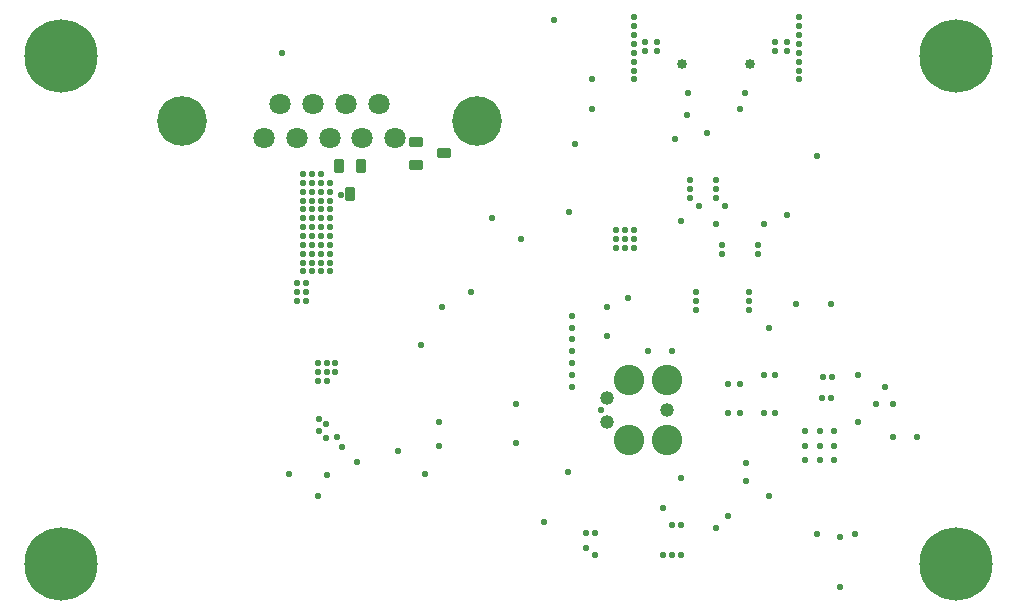
<source format=gbs>
%FSLAX46Y46*%
%MOMM*%
%AMPS12*
1,1,4.200000,0.000000,0.000000*
%
%ADD12PS12*%
%AMPS11*
1,1,1.800000,0.000000,0.000000*
%
%ADD11PS11*%
%AMPS19*
1,1,0.550000,0.000000,0.000000*
%
%ADD19PS19*%
%AMPS16*
1,1,2.575000,0.000000,0.000000*
%
%ADD16PS16*%
%AMPS15*
1,1,2.575000,0.000000,0.000000*
%
%ADD15PS15*%
%AMPS14*
1,1,0.850000,0.000000,0.000000*
%
%ADD14PS14*%
%AMPS17*
1,1,1.190600,0.000000,0.000000*
%
%ADD17PS17*%
%AMPS13*
1,1,0.540000,0.180000,0.330000*
1,1,0.540000,-0.180000,-0.330000*
1,1,0.540000,-0.180000,0.330000*
1,1,0.540000,0.180000,-0.330000*
21,1,0.900000,0.660000,0.000000,0.000000,360.000000*
21,1,0.360000,1.200000,0.000000,0.000000,360.000000*
%
%ADD13PS13*%
%AMPS18*
1,1,0.540000,-0.330000,0.180000*
1,1,0.540000,0.330000,-0.180000*
1,1,0.540000,-0.330000,-0.180000*
1,1,0.540000,0.330000,0.180000*
21,1,0.900000,0.660000,0.000000,0.000000,90.000000*
21,1,0.360000,1.200000,0.000000,0.000000,90.000000*
%
%ADD18PS18*%
%AMPS10*
1,1,6.200000,0.000000,0.000000*
%
%ADD10PS10*%
G01*
G01*
%LPD*%
G75*
D10*
X-18500000Y96000000D03*
D10*
X57250000Y96000000D03*
D10*
X57250000Y53000000D03*
D10*
X-18500000Y53000000D03*
D11*
X4250000Y89055000D03*
D11*
X9790000Y89055000D03*
D11*
X95000Y91895000D03*
D12*
X16750000Y90475000D03*
D11*
X5635000Y91895000D03*
D11*
X-1290000Y89055000D03*
D11*
X8405000Y91895000D03*
D12*
X-8250000Y90475000D03*
D11*
X2865000Y91895000D03*
D11*
X7020000Y89055000D03*
D11*
X1480000Y89055000D03*
D13*
X6000000Y84300000D03*
D13*
X5050000Y86700000D03*
D13*
X6950000Y86700000D03*
D14*
X39890000Y95320000D03*
D14*
X34110000Y95320000D03*
D15*
X32790000Y63460000D03*
D15*
X29615000Y63460000D03*
D16*
X32790000Y68540000D03*
D17*
X27710000Y64984000D03*
D17*
X27710000Y67016000D03*
D17*
X32790000Y66000000D03*
D16*
X29615000Y68540000D03*
D18*
X13950000Y87750000D03*
D18*
X11550000Y86800000D03*
D18*
X11550000Y88700000D03*
D19*
X20000000Y66500000D03*
D19*
X35250000Y74500000D03*
D19*
X29250000Y81250000D03*
D19*
X26750000Y55600000D03*
D19*
X39000000Y91500000D03*
D19*
X27750000Y72250000D03*
D19*
X33250000Y71000000D03*
D19*
X3350000Y64200000D03*
D19*
X52000000Y63750000D03*
D19*
X47000000Y63000000D03*
D19*
X24750000Y74000000D03*
D19*
X30000000Y94750000D03*
D19*
X4250000Y81500000D03*
D19*
X3250000Y58750000D03*
D19*
X5300000Y62925000D03*
D19*
X3500000Y82250000D03*
D19*
X46750000Y75000000D03*
D19*
X3500000Y85250000D03*
D19*
X2000000Y80000000D03*
D19*
X54000000Y63750000D03*
D19*
X32500000Y53750000D03*
D19*
X34750000Y84750000D03*
D19*
X39400000Y92850000D03*
D19*
X2750000Y80750000D03*
D19*
X34600000Y92850000D03*
D19*
X2000000Y84500000D03*
D19*
X37000000Y56000000D03*
D19*
X47500000Y55250000D03*
D19*
X4250000Y83000000D03*
D19*
X20500000Y80500000D03*
D19*
X41000000Y69000000D03*
D19*
X46000000Y68799999D03*
D19*
X16250000Y76000000D03*
D19*
X13500000Y63000000D03*
D19*
X42000000Y69000000D03*
D19*
X45750000Y61750000D03*
D19*
X2750000Y85250000D03*
D19*
X30000000Y96250000D03*
D19*
X2750000Y86000000D03*
D19*
X39750000Y76000000D03*
D19*
X24750000Y70000000D03*
D19*
X13500000Y65000000D03*
D19*
X48750000Y55500000D03*
D19*
X2000000Y77750000D03*
D19*
X3500000Y81500000D03*
D19*
X38000000Y68250000D03*
D19*
X44000000Y99250000D03*
D19*
X2750000Y82250000D03*
D19*
X29250000Y80500000D03*
D19*
X5250000Y84250000D03*
D19*
X24400000Y60750000D03*
D19*
X4250000Y82250000D03*
D19*
X4250000Y77750000D03*
D19*
X44000000Y97750000D03*
D19*
X30000000Y79750000D03*
D19*
X37750000Y83250000D03*
D19*
X47000000Y61750000D03*
D19*
X45750000Y64250000D03*
D19*
X45933788Y66998519D03*
D19*
X30000000Y80500000D03*
D19*
X44000000Y95500000D03*
D19*
X51250000Y68000000D03*
D19*
X24750000Y69000000D03*
D19*
X41500000Y58708334D03*
D19*
X2000000Y86000000D03*
D19*
X4010120Y60536104D03*
D19*
X37000000Y84750000D03*
D19*
X1500000Y76000000D03*
D19*
X34013778Y53749740D03*
D19*
X2750000Y83750000D03*
D19*
X40500000Y79250000D03*
D19*
X43750000Y75000000D03*
D19*
X2250000Y76000000D03*
D19*
X4250000Y79250000D03*
D19*
X4250000Y80750000D03*
D19*
X3500000Y83750000D03*
D19*
X28500000Y80500000D03*
D19*
X29500000Y75500000D03*
D19*
X34000000Y60250000D03*
D19*
X30000000Y95500000D03*
D19*
X33250000Y56249998D03*
D19*
X46800003Y68799999D03*
D19*
X4000000Y70000000D03*
D19*
X35500000Y83250000D03*
D19*
X30000000Y97750000D03*
D19*
X37500000Y79250000D03*
D19*
X2750000Y77750000D03*
D19*
X30000000Y94000000D03*
D19*
X28500000Y79750000D03*
D19*
X35250000Y75250000D03*
D19*
X26750000Y53724980D03*
D19*
X3500000Y78500000D03*
D19*
X4917576Y63729858D03*
D19*
X30000000Y81250000D03*
D19*
X4250000Y85250000D03*
D19*
X22400020Y56499980D03*
D19*
X2750000Y79250000D03*
D19*
X20000000Y63250000D03*
D19*
X50500000Y66500000D03*
D19*
X44000000Y98500000D03*
D19*
X3500000Y77750000D03*
D19*
X24500000Y82750000D03*
D19*
X42000000Y65750000D03*
D19*
X2000000Y83000000D03*
D19*
X3500000Y84500000D03*
D19*
X47000000Y64250000D03*
D19*
X44500000Y63000000D03*
D19*
X2000000Y83750000D03*
D19*
X27750000Y74750000D03*
D19*
X33500000Y89000000D03*
D19*
X43000000Y96410000D03*
D19*
X45500000Y55500000D03*
D19*
X29250000Y79750000D03*
D19*
X2750000Y81500000D03*
D19*
X2000000Y79250000D03*
D19*
X4250000Y83750000D03*
D19*
X26000000Y54324980D03*
D19*
X24750000Y73000000D03*
D19*
X38000000Y65750000D03*
D19*
X23250000Y99000000D03*
D19*
X4750000Y70000000D03*
D19*
X39500000Y60000000D03*
D19*
X26500000Y94000000D03*
D19*
X2750000Y78500000D03*
D19*
X37000000Y84000000D03*
D19*
X24750000Y72000000D03*
D19*
X2000000Y81500000D03*
D19*
X32500000Y57750000D03*
D19*
X26500000Y91500000D03*
D19*
X32000000Y97160000D03*
D19*
X44500000Y64250000D03*
D19*
X27250000Y66000000D03*
D19*
X34500000Y91000000D03*
D19*
X31250000Y71000000D03*
D19*
X4000000Y69250000D03*
D19*
X2000000Y82250000D03*
D19*
X36250000Y89500000D03*
D19*
X49000000Y65000000D03*
D19*
X4000000Y68500000D03*
D19*
X2750000Y80000000D03*
D19*
X3250000Y69250000D03*
D19*
X24750000Y71000000D03*
D19*
X38000000Y57000000D03*
D19*
X47500000Y51000000D03*
D19*
X2250000Y75250000D03*
D19*
X12000000Y71500000D03*
D19*
X2750000Y83000000D03*
D19*
X250000Y96250000D03*
D19*
X3950000Y63675000D03*
D19*
X39750000Y74500000D03*
D19*
X1500000Y75250000D03*
D19*
X3250000Y68500000D03*
D19*
X12342576Y60579858D03*
D19*
X44000000Y94750000D03*
D19*
X42000000Y97160000D03*
D19*
X49000000Y69000000D03*
D19*
X31000000Y96410000D03*
D19*
X32000000Y96410000D03*
D19*
X44000000Y94000000D03*
D19*
X37000000Y81750000D03*
D19*
X4250000Y78500000D03*
D19*
X39000000Y68250000D03*
D19*
X34013909Y56263909D03*
D19*
X39750000Y75250000D03*
D19*
X42000000Y96410000D03*
D19*
X43000000Y97160000D03*
D19*
X43000000Y82500000D03*
D19*
X3500000Y86000000D03*
D19*
X4250000Y84500000D03*
D19*
X31000000Y97160000D03*
D19*
X33263909Y53763909D03*
D19*
X25000000Y88500000D03*
D19*
X44000000Y97000000D03*
D19*
X44000000Y96250000D03*
D19*
X18000000Y82250000D03*
D19*
X34000000Y82000000D03*
D19*
X41000000Y81750000D03*
D19*
X41000000Y65750000D03*
D19*
X25949997Y55600000D03*
D19*
X44500000Y61750000D03*
D19*
X52000000Y66500000D03*
D19*
X41500000Y73000000D03*
D19*
X28500000Y81250000D03*
D19*
X30000000Y98500000D03*
D19*
X30000000Y97000000D03*
D19*
X3500000Y80000000D03*
D19*
X2000000Y78500000D03*
D19*
X34750000Y85500000D03*
D19*
X35250000Y76000000D03*
D19*
X10023165Y62525870D03*
D19*
X3350000Y65250000D03*
D19*
X2750000Y84500000D03*
D19*
X34750000Y84000000D03*
D19*
X3500000Y83000000D03*
D19*
X39500000Y61500000D03*
D19*
X13750000Y74750000D03*
D19*
X2250000Y76750000D03*
D19*
X46733590Y67016410D03*
D19*
X4250000Y80000000D03*
D19*
X40500000Y80000000D03*
D19*
X2000000Y80750000D03*
D19*
X45749998Y63000001D03*
D19*
X37500000Y80000000D03*
D19*
X30000000Y99250000D03*
D19*
X3925000Y64850000D03*
D19*
X3250000Y70000000D03*
D19*
X842576Y60579858D03*
D19*
X39000000Y65750000D03*
D19*
X24750000Y68000000D03*
D19*
X1500000Y76750000D03*
D19*
X3500000Y80750000D03*
D19*
X45500000Y87500000D03*
D19*
X2000000Y85250000D03*
D19*
X3500000Y79250000D03*
D19*
X37000000Y85500000D03*
D19*
X4750000Y69250000D03*
D19*
X6592576Y61579858D03*
M02*

</source>
